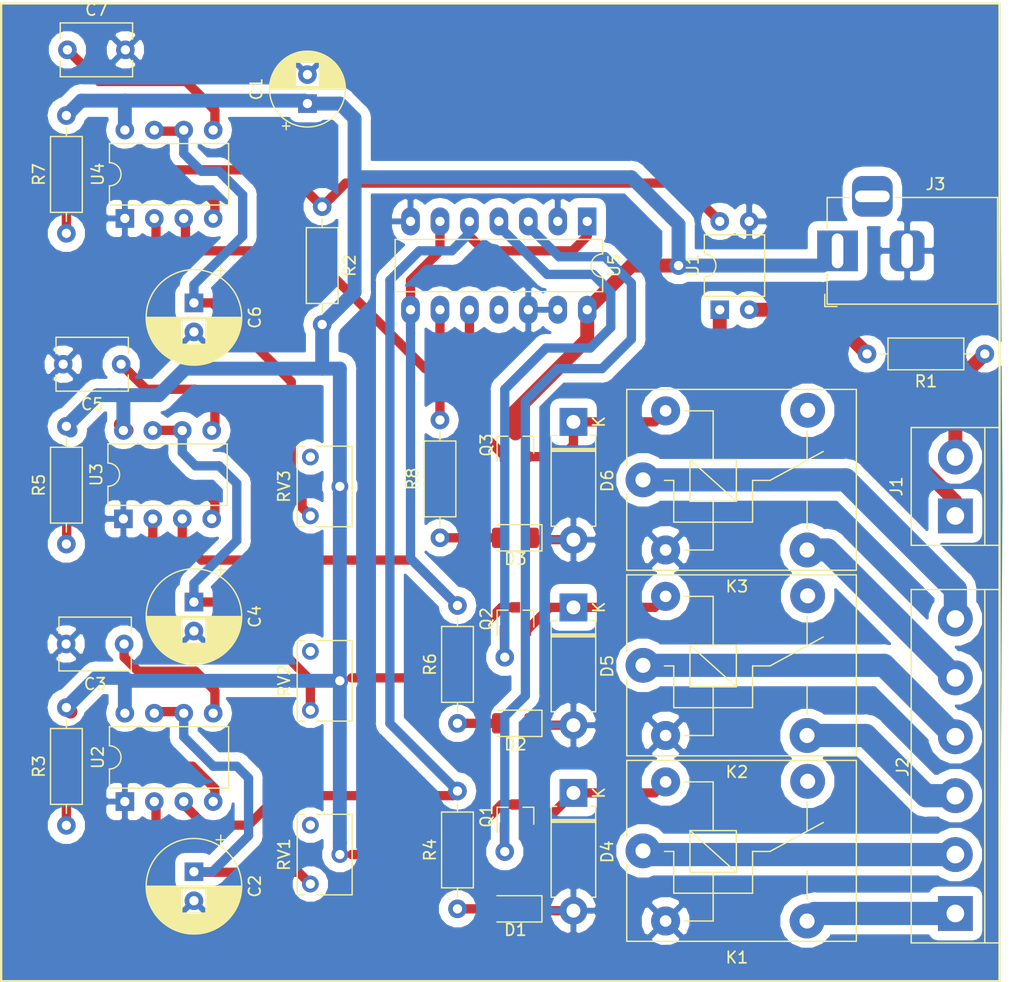
<source format=kicad_pcb>
(kicad_pcb (version 20171130) (host pcbnew "(5.0.2-5)-5")
  (layers (0 F.Cu signal) (31 B.Cu signal) (34 B.Paste user) (35 F.Paste user) (36 B.SilkS user) (37 F.SilkS user) (38 B.Mask user) (39 F.Mask user) (44 Edge.Cuts user))
  (net 0 "")
  (net 1 +5V)
  (net 2 GND)
  (net 3 "Net-(C3-Pad1)")
  (net 4 "Net-(C5-Pad1)")
  (net 5 "Net-(C7-Pad1)")
  (net 6 "Net-(D1-Pad2)")
  (net 7 "Net-(D2-Pad2)")
  (net 8 "Net-(D3-Pad2)")
  (net 9 "Net-(D4-Pad1)")
  (net 10 "Net-(D5-Pad1)")
  (net 11 "Net-(D6-Pad1)")
  (net 12 "Net-(J1-Pad1)")
  (net 13 "Net-(J1-Pad2)")
  (net 14 "Net-(J2-Pad2)")
  (net 15 "Net-(J2-Pad3)")
  (net 16 "Net-(J2-Pad1)")
  (net 17 "Net-(J2-Pad4)")
  (net 18 "Net-(J2-Pad5)")
  (net 19 "Net-(J2-Pad6)")
  (net 20 "Net-(K1-Pad4)")
  (net 21 "Net-(K2-Pad4)")
  (net 22 "Net-(K3-Pad4)")
  (net 23 "Net-(Q1-Pad1)")
  (net 24 "Net-(Q2-Pad1)")
  (net 25 "Net-(Q3-Pad1)")
  (net 26 "Net-(R1-Pad2)")
  (net 27 /TR)
  (net 28 "Net-(R3-Pad1)")
  (net 29 /Q1)
  (net 30 "Net-(R5-Pad1)")
  (net 31 /Q2)
  (net 32 "Net-(R7-Pad1)")
  (net 33 /Q3)
  (net 34 "Net-(U5-Pad11)")
  (net 35 "Net-(RV1-Pad1)")
  (net 36 "Net-(RV2-Pad1)")
  (net 37 "Net-(RV3-Pad1)")
  (net 38 "Net-(C2-Pad1)")
  (net 39 "Net-(C4-Pad1)")
  (net 40 "Net-(C6-Pad1)")
  (module Package_DIP:DIP-8_W7.62mm (layer F.Cu) (at 193.802 84.836 90)
    (fp_text reference U4 (at 3.81 -2.33 90) (layer F.SilkS))
    (fp_text value NE555)
    (pad 8 thru_hole oval (at 7.62 0 90) (size 1.6 1.6) (drill 0.8) (layers *.Cu *.Mask) (net 1 +5V))
    (pad 4 thru_hole oval (at 0 7.62 90) (size 1.6 1.6) (drill 0.8) (layers *.Cu *.Mask) (net 32 "Net-(R7-Pad1)"))
    (pad 7 thru_hole oval (at 7.62 2.54 90) (size 1.6 1.6) (drill 0.8) (layers *.Cu *.Mask) (net 40 "Net-(C6-Pad1)"))
    (pad 3 thru_hole oval (at 0 5.08 90) (size 1.6 1.6) (drill 0.8) (layers *.Cu *.Mask) (net 33 /Q3))
    (pad 6 thru_hole oval (at 7.62 5.08 90) (size 1.6 1.6) (drill 0.8) (layers *.Cu *.Mask) (net 40 "Net-(C6-Pad1)"))
    (pad 2 thru_hole oval (at 0 2.54 90) (size 1.6 1.6) (drill 0.8) (layers *.Cu *.Mask) (net 27 /TR))
    (pad 5 thru_hole oval (at 7.62 7.62 90) (size 1.6 1.6) (drill 0.8) (layers *.Cu *.Mask) (net 5 "Net-(C7-Pad1)"))
    (pad 1 thru_hole rect (at 0 0 90) (size 1.6 1.6) (drill 0.8) (layers *.Cu *.Mask) (net 2 GND))
  )
  (module Package_DIP:DIP-8_W7.62mm (layer F.Cu) (at 193.802 135.128 90)
    (fp_text reference U2 (at 3.81 -2.33 90) (layer F.SilkS))
    (fp_text value NE555)
    (pad 8 thru_hole oval (at 7.62 0 90) (size 1.6 1.6) (drill 0.8) (layers *.Cu *.Mask) (net 1 +5V))
    (pad 4 thru_hole oval (at 0 7.62 90) (size 1.6 1.6) (drill 0.8) (layers *.Cu *.Mask) (net 28 "Net-(R3-Pad1)"))
    (pad 7 thru_hole oval (at 7.62 2.54 90) (size 1.6 1.6) (drill 0.8) (layers *.Cu *.Mask) (net 38 "Net-(C2-Pad1)"))
    (pad 3 thru_hole oval (at 0 5.08 90) (size 1.6 1.6) (drill 0.8) (layers *.Cu *.Mask) (net 29 /Q1))
    (pad 6 thru_hole oval (at 7.62 5.08 90) (size 1.6 1.6) (drill 0.8) (layers *.Cu *.Mask) (net 38 "Net-(C2-Pad1)"))
    (pad 2 thru_hole oval (at 0 2.54 90) (size 1.6 1.6) (drill 0.8) (layers *.Cu *.Mask) (net 27 /TR))
    (pad 5 thru_hole oval (at 7.62 7.62 90) (size 1.6 1.6) (drill 0.8) (layers *.Cu *.Mask) (net 3 "Net-(C3-Pad1)"))
    (pad 1 thru_hole rect (at 0 0 90) (size 1.6 1.6) (drill 0.8) (layers *.Cu *.Mask) (net 2 GND))
  )
  (module Package_DIP:DIP-8_W7.62mm (layer F.Cu) (at 193.675 110.744 90)
    (fp_text reference U3 (at 3.81 -2.33 90) (layer F.SilkS))
    (fp_text value NE555)
    (pad 8 thru_hole oval (at 7.62 0 90) (size 1.6 1.6) (drill 0.8) (layers *.Cu *.Mask) (net 1 +5V))
    (pad 4 thru_hole oval (at 0 7.62 90) (size 1.6 1.6) (drill 0.8) (layers *.Cu *.Mask) (net 30 "Net-(R5-Pad1)"))
    (pad 7 thru_hole oval (at 7.62 2.54 90) (size 1.6 1.6) (drill 0.8) (layers *.Cu *.Mask) (net 39 "Net-(C4-Pad1)"))
    (pad 3 thru_hole oval (at 0 5.08 90) (size 1.6 1.6) (drill 0.8) (layers *.Cu *.Mask) (net 31 /Q2))
    (pad 6 thru_hole oval (at 7.62 5.08 90) (size 1.6 1.6) (drill 0.8) (layers *.Cu *.Mask) (net 39 "Net-(C4-Pad1)"))
    (pad 2 thru_hole oval (at 0 2.54 90) (size 1.6 1.6) (drill 0.8) (layers *.Cu *.Mask) (net 27 /TR))
    (pad 5 thru_hole oval (at 7.62 7.62 90) (size 1.6 1.6) (drill 0.8) (layers *.Cu *.Mask) (net 4 "Net-(C5-Pad1)"))
    (pad 1 thru_hole rect (at 0 0 90) (size 1.6 1.6) (drill 0.8) (layers *.Cu *.Mask) (net 2 GND))
  )
  (module Resistor_THT:R_Axial_DIN0207_L6.3mm_D2.5mm_P10.16mm_Horizontal (layer F.Cu) (at 267.97 96.52 180)
    (fp_text reference R1 (at 5.08 -2.37 180) (layer F.SilkS))
    (fp_text value 1k5)
    (pad 2 thru_hole oval (at 10.16 0 180) (size 1.6 1.6) (drill 0.8) (layers *.Cu *.Mask) (net 26 "Net-(R1-Pad2)"))
    (pad 1 thru_hole circle (at 0 0 180) (size 1.6 1.6) (drill 0.8) (layers *.Cu *.Mask) (net 13 "Net-(J1-Pad2)"))
  )
  (module Resistor_THT:R_Axial_DIN0207_L6.3mm_D2.5mm_P10.16mm_Horizontal (layer F.Cu) (at 222.49 144.38 90)
    (fp_text reference R4 (at 5.08 -2.37 90) (layer F.SilkS))
    (fp_text value 1k)
    (pad 1 thru_hole circle (at 0 0 90) (size 1.6 1.6) (drill 0.8) (layers *.Cu *.Mask) (net 6 "Net-(D1-Pad2)"))
    (pad 2 thru_hole oval (at 10.16 0 90) (size 1.6 1.6) (drill 0.8) (layers *.Cu *.Mask) (net 29 /Q1))
  )
  (module Resistor_THT:R_Axial_DIN0207_L6.3mm_D2.5mm_P10.16mm_Horizontal (layer F.Cu) (at 222.49 128.38 90)
    (fp_text reference R6 (at 5.08 -2.37 90) (layer F.SilkS))
    (fp_text value 1k)
    (pad 2 thru_hole oval (at 10.16 0 90) (size 1.6 1.6) (drill 0.8) (layers *.Cu *.Mask) (net 31 /Q2))
    (pad 1 thru_hole circle (at 0 0 90) (size 1.6 1.6) (drill 0.8) (layers *.Cu *.Mask) (net 7 "Net-(D2-Pad2)"))
  )
  (module Resistor_THT:R_Axial_DIN0207_L6.3mm_D2.5mm_P10.16mm_Horizontal (layer F.Cu) (at 220.98 112.38 90)
    (fp_text reference R8 (at 5.08 -2.37 90) (layer F.SilkS))
    (fp_text value 1k)
    (pad 1 thru_hole circle (at 0 0 90) (size 1.6 1.6) (drill 0.8) (layers *.Cu *.Mask) (net 8 "Net-(D3-Pad2)"))
    (pad 2 thru_hole oval (at 10.16 0 90) (size 1.6 1.6) (drill 0.8) (layers *.Cu *.Mask) (net 33 /Q3))
  )
  (module Connector_BarrelJack:BarrelJack_Horizontal (layer F.Cu) (at 255.27 87.63 180)
    (fp_text reference J3 (at -8.45 5.75 180) (layer F.SilkS))
    (fp_text value Jack-DC)
    (pad 1 thru_hole rect (at 0 0 180) (size 3.5 3.5) (drill oval 1 3) (layers *.Cu *.Mask) (net 1 +5V))
    (pad 2 thru_hole roundrect (at -6 0 180) (size 3 3.5) (drill oval 1 3) (layers *.Cu *.Mask) (net 2 GND))
    (pad 3 thru_hole roundrect (at -3 4.7 180) (size 3.5 3.5) (drill oval 3 1) (layers *.Cu *.Mask))
  )
  (module Resistor_THT:R_Axial_DIN0207_L6.3mm_D2.5mm_P10.16mm_Horizontal (layer F.Cu) (at 210.82 83.82 270)
    (fp_text reference R2 (at 5.08 -2.37 270) (layer F.SilkS))
    (fp_text value 1k5)
    (pad 2 thru_hole oval (at 10.16 0 270) (size 1.6 1.6) (drill 0.8) (layers *.Cu *.Mask) (net 1 +5V))
    (pad 1 thru_hole circle (at 0 0 270) (size 1.6 1.6) (drill 0.8) (layers *.Cu *.Mask) (net 27 /TR))
  )
  (module Resistor_THT:R_Axial_DIN0207_L6.3mm_D2.5mm_P10.16mm_Horizontal (layer F.Cu) (at 188.76 86.12 90)
    (fp_text reference R7 (at 5.08 -2.37 90) (layer F.SilkS))
    (fp_text value 10k)
    (pad 2 thru_hole oval (at 10.16 0 90) (size 1.6 1.6) (drill 0.8) (layers *.Cu *.Mask) (net 1 +5V))
    (pad 1 thru_hole circle (at 0 0 90) (size 1.6 1.6) (drill 0.8) (layers *.Cu *.Mask) (net 32 "Net-(R7-Pad1)"))
  )
  (module Resistor_THT:R_Axial_DIN0207_L6.3mm_D2.5mm_P10.16mm_Horizontal (layer F.Cu) (at 188.76 112.92 90)
    (fp_text reference R5 (at 5.08 -2.37 90) (layer F.SilkS))
    (fp_text value 10k)
    (pad 2 thru_hole oval (at 10.16 0 90) (size 1.6 1.6) (drill 0.8) (layers *.Cu *.Mask) (net 1 +5V))
    (pad 1 thru_hole circle (at 0 0 90) (size 1.6 1.6) (drill 0.8) (layers *.Cu *.Mask) (net 30 "Net-(R5-Pad1)"))
  )
  (module Resistor_THT:R_Axial_DIN0207_L6.3mm_D2.5mm_P10.16mm_Horizontal (layer F.Cu) (at 188.76 137.18 90)
    (fp_text reference R3 (at 5.08 -2.37 90) (layer F.SilkS))
    (fp_text value 10k)
    (pad 2 thru_hole oval (at 10.16 0 90) (size 1.6 1.6) (drill 0.8) (layers *.Cu *.Mask) (net 1 +5V))
    (pad 1 thru_hole circle (at 0 0 90) (size 1.6 1.6) (drill 0.8) (layers *.Cu *.Mask) (net 28 "Net-(R3-Pad1)"))
  )
  (module TerminalBlock:TerminalBlock_bornier-2_P5.08mm (layer F.Cu) (at 265.43 110.49 90)
    (fp_text reference J1 (at 2.54 -5.08 90) (layer F.SilkS))
    (fp_text value "12V TTRIG")
    (pad 2 thru_hole circle (at 5.08 0 90) (size 3 3) (drill 1.52) (layers *.Cu *.Mask) (net 13 "Net-(J1-Pad2)"))
    (pad 1 thru_hole rect (at 0 0 90) (size 3 3) (drill 1.52) (layers *.Cu *.Mask) (net 12 "Net-(J1-Pad1)"))
  )
  (module Capacitor_THT:CP_Radial_D6.3mm_P2.50mm (layer F.Cu) (at 209.55 74.93 90)
    (fp_text reference C1 (at 1.25 -4.4 90) (layer F.SilkS))
    (fp_text value 220uF)
    (pad 1 thru_hole rect (at 0 0 90) (size 1.6 1.6) (drill 0.8) (layers *.Cu *.Mask) (net 1 +5V))
    (pad 2 thru_hole circle (at 2.5 0 90) (size 1.6 1.6) (drill 0.8) (layers *.Cu *.Mask) (net 2 GND))
  )
  (module Capacitor_THT:CP_Radial_D8.0mm_P2.50mm (layer F.Cu) (at 199.76 141.18 270)
    (fp_text reference C2 (at 1.25 -5.25 270) (layer F.SilkS))
    (fp_text value 1000uF)
    (pad 2 thru_hole circle (at 2.5 0 270) (size 1.6 1.6) (drill 0.8) (layers *.Cu *.Mask) (net 2 GND))
    (pad 1 thru_hole rect (at 0 0 270) (size 1.6 1.6) (drill 0.8) (layers *.Cu *.Mask) (net 38 "Net-(C2-Pad1)"))
  )
  (module Capacitor_THT:C_Disc_D6.0mm_W4.4mm_P5.00mm (layer F.Cu) (at 193.7385 121.539 180)
    (fp_text reference C3 (at 2.5 -3.45 180) (layer F.SilkS))
    (fp_text value 200pF)
    (pad 1 thru_hole circle (at 0 0 180) (size 1.6 1.6) (drill 0.8) (layers *.Cu *.Mask) (net 3 "Net-(C3-Pad1)"))
    (pad 2 thru_hole circle (at 5 0 180) (size 1.6 1.6) (drill 0.8) (layers *.Cu *.Mask) (net 2 GND))
  )
  (module Capacitor_THT:CP_Radial_D8.0mm_P2.50mm (layer F.Cu) (at 199.76 117.92 270)
    (fp_text reference C4 (at 1.25 -5.25 270) (layer F.SilkS))
    (fp_text value 1000uF)
    (pad 1 thru_hole rect (at 0 0 270) (size 1.6 1.6) (drill 0.8) (layers *.Cu *.Mask) (net 39 "Net-(C4-Pad1)"))
    (pad 2 thru_hole circle (at 2.5 0 270) (size 1.6 1.6) (drill 0.8) (layers *.Cu *.Mask) (net 2 GND))
  )
  (module Capacitor_THT:C_Disc_D6.0mm_W4.4mm_P5.00mm (layer F.Cu) (at 193.4845 97.409 180)
    (fp_text reference C5 (at 2.5 -3.45 180) (layer F.SilkS))
    (fp_text value 200pF)
    (pad 1 thru_hole circle (at 0 0 180) (size 1.6 1.6) (drill 0.8) (layers *.Cu *.Mask) (net 4 "Net-(C5-Pad1)"))
    (pad 2 thru_hole circle (at 5 0 180) (size 1.6 1.6) (drill 0.8) (layers *.Cu *.Mask) (net 2 GND))
  )
  (module Capacitor_THT:CP_Radial_D8.0mm_P2.50mm (layer F.Cu) (at 199.76 92.12 270)
    (fp_text reference C6 (at 1.25 -5.25 270) (layer F.SilkS))
    (fp_text value 1000uF)
    (pad 1 thru_hole rect (at 0 0 270) (size 1.6 1.6) (drill 0.8) (layers *.Cu *.Mask) (net 40 "Net-(C6-Pad1)"))
    (pad 2 thru_hole circle (at 2.5 0 270) (size 1.6 1.6) (drill 0.8) (layers *.Cu *.Mask) (net 2 GND))
  )
  (module Capacitor_THT:C_Disc_D6.0mm_W4.4mm_P5.00mm (layer F.Cu) (at 188.849 70.2945)
    (fp_text reference C7 (at 2.5 -3.45) (layer F.SilkS))
    (fp_text value 200pF)
    (pad 2 thru_hole circle (at 5 0) (size 1.6 1.6) (drill 0.8) (layers *.Cu *.Mask) (net 2 GND))
    (pad 1 thru_hole circle (at 0 0) (size 1.6 1.6) (drill 0.8) (layers *.Cu *.Mask) (net 5 "Net-(C7-Pad1)"))
  )
  (module LED_SMD:LED_1206_3216Metric (layer F.Cu) (at 227.49 144.38 180)
    (fp_text reference D1 (at 0 -1.82 180) (layer F.SilkS))
    (fp_text value LED)
    (pad 2 smd roundrect (at 1.4 0 180) (size 1.25 1.75) (layers F.Cu F.Paste F.Mask) (roundrect_rratio 0.2) (net 6 "Net-(D1-Pad2)"))
    (pad 1 smd roundrect (at -1.4 0 180) (size 1.25 1.75) (layers F.Cu F.Paste F.Mask) (roundrect_rratio 0.2) (net 2 GND))
  )
  (module LED_SMD:LED_1206_3216Metric (layer F.Cu) (at 227.49 128.38 180)
    (fp_text reference D2 (at 0 -1.82 180) (layer F.SilkS))
    (fp_text value LED)
    (pad 1 smd roundrect (at -1.4 0 180) (size 1.25 1.75) (layers F.Cu F.Paste F.Mask) (roundrect_rratio 0.2) (net 2 GND))
    (pad 2 smd roundrect (at 1.4 0 180) (size 1.25 1.75) (layers F.Cu F.Paste F.Mask) (roundrect_rratio 0.2) (net 7 "Net-(D2-Pad2)"))
  )
  (module LED_SMD:LED_1206_3216Metric (layer F.Cu) (at 227.49 112.38 180)
    (fp_text reference D3 (at 0 -1.82 180) (layer F.SilkS))
    (fp_text value LED)
    (pad 1 smd roundrect (at -1.4 0 180) (size 1.25 1.75) (layers F.Cu F.Paste F.Mask) (roundrect_rratio 0.2) (net 2 GND))
    (pad 2 smd roundrect (at 1.4 0 180) (size 1.25 1.75) (layers F.Cu F.Paste F.Mask) (roundrect_rratio 0.2) (net 8 "Net-(D3-Pad2)"))
  )
  (module Diode_THT:D_DO-15_P10.16mm_Horizontal (layer F.Cu) (at 232.49 134.38 270)
    (fp_text reference D4 (at 5.08 -2.92 270) (layer F.SilkS))
    (fp_text value D)
    (fp_text user K (at 0 -2.2 270) (layer F.SilkS))
    (pad 1 thru_hole rect (at 0 0 270) (size 2.4 2.4) (drill 1.2) (layers *.Cu *.Mask) (net 9 "Net-(D4-Pad1)"))
    (pad 2 thru_hole oval (at 10.16 0 270) (size 2.4 2.4) (drill 1.2) (layers *.Cu *.Mask) (net 2 GND))
  )
  (module Diode_THT:D_DO-15_P10.16mm_Horizontal (layer F.Cu) (at 232.49 118.38 270)
    (fp_text reference D5 (at 5.08 -2.92 270) (layer F.SilkS))
    (fp_text value D)
    (fp_text user K (at 0 -2.2 270) (layer F.SilkS))
    (pad 2 thru_hole oval (at 10.16 0 270) (size 2.4 2.4) (drill 1.2) (layers *.Cu *.Mask) (net 2 GND))
    (pad 1 thru_hole rect (at 0 0 270) (size 2.4 2.4) (drill 1.2) (layers *.Cu *.Mask) (net 10 "Net-(D5-Pad1)"))
  )
  (module Diode_THT:D_DO-15_P10.16mm_Horizontal (layer F.Cu) (at 232.49 102.38 270)
    (fp_text reference D6 (at 5.08 -2.92 270) (layer F.SilkS))
    (fp_text value D)
    (fp_text user K (at 0 -2.2 270) (layer F.SilkS))
    (pad 1 thru_hole rect (at 0 0 270) (size 2.4 2.4) (drill 1.2) (layers *.Cu *.Mask) (net 11 "Net-(D6-Pad1)"))
    (pad 2 thru_hole oval (at 10.16 0 270) (size 2.4 2.4) (drill 1.2) (layers *.Cu *.Mask) (net 2 GND))
  )
  (module TerminalBlock:TerminalBlock_bornier-6_P5.08mm (layer F.Cu) (at 265.43 144.78 90)
    (fp_text reference J2 (at 12.65 -4.55 90) (layer F.SilkS))
    (fp_text value Screw_Terminal_01x06)
    (pad 2 thru_hole circle (at 5.08 0 90) (size 3 3) (drill 1.52) (layers *.Cu *.Mask) (net 14 "Net-(J2-Pad2)"))
    (pad 3 thru_hole circle (at 10.16 0 90) (size 3 3) (drill 1.52) (layers *.Cu *.Mask) (net 15 "Net-(J2-Pad3)"))
    (pad 1 thru_hole rect (at 0 0 90) (size 3 3) (drill 1.52) (layers *.Cu *.Mask) (net 16 "Net-(J2-Pad1)"))
    (pad 4 thru_hole circle (at 15.24 0 90) (size 3 3) (drill 1.52) (layers *.Cu *.Mask) (net 17 "Net-(J2-Pad4)"))
    (pad 5 thru_hole circle (at 20.32 0 90) (size 3 3) (drill 1.52) (layers *.Cu *.Mask) (net 18 "Net-(J2-Pad5)"))
    (pad 6 thru_hole circle (at 25.4 0 90) (size 3 3) (drill 1.52) (layers *.Cu *.Mask) (net 19 "Net-(J2-Pad6)"))
  )
  (module Relay_THT:Relay_SPDT_SANYOU_SRD_Series_Form_C (layer F.Cu) (at 238.49 139.38)
    (fp_text reference K1 (at 8.1 9.2) (layer F.SilkS))
    (fp_text value TIM1)
    (pad 2 thru_hole circle (at 1.95 6.05 90) (size 2.5 2.5) (drill 1) (layers *.Cu *.Mask) (net 2 GND))
    (pad 3 thru_hole circle (at 14.15 6.05 90) (size 3 3) (drill 1.3) (layers *.Cu *.Mask) (net 16 "Net-(J2-Pad1)"))
    (pad 4 thru_hole circle (at 14.2 -6 90) (size 3 3) (drill 1.3) (layers *.Cu *.Mask) (net 20 "Net-(K1-Pad4)"))
    (pad 5 thru_hole circle (at 1.95 -5.95 90) (size 2.5 2.5) (drill 1) (layers *.Cu *.Mask) (net 9 "Net-(D4-Pad1)"))
    (pad 1 thru_hole circle (at 0 0 90) (size 3 3) (drill 1.3) (layers *.Cu *.Mask) (net 14 "Net-(J2-Pad2)"))
  )
  (module Relay_THT:Relay_SPDT_SANYOU_SRD_Series_Form_C (layer F.Cu) (at 238.49 123.38)
    (fp_text reference K2 (at 8.1 9.2) (layer F.SilkS))
    (fp_text value TIM2)
    (pad 1 thru_hole circle (at 0 0 90) (size 3 3) (drill 1.3) (layers *.Cu *.Mask) (net 17 "Net-(J2-Pad4)"))
    (pad 5 thru_hole circle (at 1.95 -5.95 90) (size 2.5 2.5) (drill 1) (layers *.Cu *.Mask) (net 10 "Net-(D5-Pad1)"))
    (pad 4 thru_hole circle (at 14.2 -6 90) (size 3 3) (drill 1.3) (layers *.Cu *.Mask) (net 21 "Net-(K2-Pad4)"))
    (pad 3 thru_hole circle (at 14.15 6.05 90) (size 3 3) (drill 1.3) (layers *.Cu *.Mask) (net 15 "Net-(J2-Pad3)"))
    (pad 2 thru_hole circle (at 1.95 6.05 90) (size 2.5 2.5) (drill 1) (layers *.Cu *.Mask) (net 2 GND))
  )
  (module Relay_THT:Relay_SPDT_SANYOU_SRD_Series_Form_C (layer F.Cu) (at 238.49 107.38)
    (fp_text reference K3 (at 8.1 9.2) (layer F.SilkS))
    (fp_text value TIM3)
    (pad 2 thru_hole circle (at 1.95 6.05 90) (size 2.5 2.5) (drill 1) (layers *.Cu *.Mask) (net 2 GND))
    (pad 3 thru_hole circle (at 14.15 6.05 90) (size 3 3) (drill 1.3) (layers *.Cu *.Mask) (net 18 "Net-(J2-Pad5)"))
    (pad 4 thru_hole circle (at 14.2 -6 90) (size 3 3) (drill 1.3) (layers *.Cu *.Mask) (net 22 "Net-(K3-Pad4)"))
    (pad 5 thru_hole circle (at 1.95 -5.95 90) (size 2.5 2.5) (drill 1) (layers *.Cu *.Mask) (net 11 "Net-(D6-Pad1)"))
    (pad 1 thru_hole circle (at 0 0 90) (size 3 3) (drill 1.3) (layers *.Cu *.Mask) (net 19 "Net-(J2-Pad6)"))
  )
  (module Package_TO_SOT_SMD:SOT-23 (layer F.Cu) (at 227.49 136.38 90)
    (fp_text reference Q1 (at 0 -2.5 90) (layer F.SilkS))
    (fp_text value IRLM2402)
    (pad 1 smd rect (at -1 -0.95 90) (size 0.9 0.8) (layers F.Cu F.Paste F.Mask) (net 23 "Net-(Q1-Pad1)"))
    (pad 2 smd rect (at -1 0.95 90) (size 0.9 0.8) (layers F.Cu F.Paste F.Mask) (net 9 "Net-(D4-Pad1)"))
    (pad 3 smd rect (at 1 0 90) (size 0.9 0.8) (layers F.Cu F.Paste F.Mask) (net 1 +5V))
  )
  (module Package_TO_SOT_SMD:SOT-23 (layer F.Cu) (at 227.49 119.38 90)
    (fp_text reference Q2 (at 0 -2.5 90) (layer F.SilkS))
    (fp_text value IRLM2402)
    (pad 3 smd rect (at 1 0 90) (size 0.9 0.8) (layers F.Cu F.Paste F.Mask) (net 1 +5V))
    (pad 2 smd rect (at -1 0.95 90) (size 0.9 0.8) (layers F.Cu F.Paste F.Mask) (net 10 "Net-(D5-Pad1)"))
    (pad 1 smd rect (at -1 -0.95 90) (size 0.9 0.8) (layers F.Cu F.Paste F.Mask) (net 24 "Net-(Q2-Pad1)"))
  )
  (module Package_TO_SOT_SMD:SOT-23 (layer F.Cu) (at 227.49 104.38 90)
    (fp_text reference Q3 (at 0 -2.5 90) (layer F.SilkS))
    (fp_text value IRLM2402)
    (pad 1 smd rect (at -1 -0.95 90) (size 0.9 0.8) (layers F.Cu F.Paste F.Mask) (net 25 "Net-(Q3-Pad1)"))
    (pad 2 smd rect (at -1 0.95 90) (size 0.9 0.8) (layers F.Cu F.Paste F.Mask) (net 11 "Net-(D6-Pad1)"))
    (pad 3 smd rect (at 1 0 90) (size 0.9 0.8) (layers F.Cu F.Paste F.Mask) (net 1 +5V))
  )
  (module Potentiometer_THT:Potentiometer_Bourns_3266W_Vertical (layer F.Cu) (at 209.804 137.16 90)
    (fp_text reference RV1 (at -2.54 -2.27 90) (layer F.SilkS))
    (fp_text value TIME)
    (pad 3 thru_hole circle (at -5.08 0 90) (size 1.44 1.44) (drill 0.8) (layers *.Cu *.Mask) (net 38 "Net-(C2-Pad1)"))
    (pad 2 thru_hole circle (at -2.54 2.54 90) (size 1.44 1.44) (drill 0.8) (layers *.Cu *.Mask) (net 1 +5V))
    (pad 1 thru_hole circle (at 0 0 90) (size 1.44 1.44) (drill 0.8) (layers *.Cu *.Mask) (net 35 "Net-(RV1-Pad1)"))
  )
  (module Potentiometer_THT:Potentiometer_Bourns_3266W_Vertical (layer F.Cu) (at 209.804 122.174 90)
    (fp_text reference RV2 (at -2.54 -2.27 90) (layer F.SilkS))
    (fp_text value TIME)
    (pad 1 thru_hole circle (at 0 0 90) (size 1.44 1.44) (drill 0.8) (layers *.Cu *.Mask) (net 36 "Net-(RV2-Pad1)"))
    (pad 2 thru_hole circle (at -2.54 2.54 90) (size 1.44 1.44) (drill 0.8) (layers *.Cu *.Mask) (net 1 +5V))
    (pad 3 thru_hole circle (at -5.08 0 90) (size 1.44 1.44) (drill 0.8) (layers *.Cu *.Mask) (net 39 "Net-(C4-Pad1)"))
  )
  (module Potentiometer_THT:Potentiometer_Bourns_3266W_Vertical (layer F.Cu) (at 209.804 105.41 90)
    (fp_text reference RV3 (at -2.54 -2.27 90) (layer F.SilkS))
    (fp_text value TIME)
    (pad 1 thru_hole circle (at 0 0 90) (size 1.44 1.44) (drill 0.8) (layers *.Cu *.Mask) (net 37 "Net-(RV3-Pad1)"))
    (pad 2 thru_hole circle (at -2.54 2.54 90) (size 1.44 1.44) (drill 0.8) (layers *.Cu *.Mask) (net 1 +5V))
    (pad 3 thru_hole circle (at -5.08 0 90) (size 1.44 1.44) (drill 0.8) (layers *.Cu *.Mask) (net 40 "Net-(C6-Pad1)"))
  )
  (module Package_DIP:DIP-4_W7.62mm (layer F.Cu) (at 245.11 92.71 90)
    (fp_text reference U1 (at 3.81 -2.33 90) (layer F.SilkS))
    (fp_text value PC817)
    (pad 1 thru_hole rect (at 0 0 90) (size 1.6 1.6) (drill 0.8) (layers *.Cu *.Mask) (net 12 "Net-(J1-Pad1)"))
    (pad 3 thru_hole oval (at 7.62 2.54 90) (size 1.6 1.6) (drill 0.8) (layers *.Cu *.Mask) (net 2 GND))
    (pad 2 thru_hole oval (at 0 2.54 90) (size 1.6 1.6) (drill 0.8) (layers *.Cu *.Mask) (net 26 "Net-(R1-Pad2)"))
    (pad 4 thru_hole oval (at 7.62 0 90) (size 1.6 1.6) (drill 0.8) (layers *.Cu *.Mask) (net 27 /TR))
  )
  (module Package_DIP:DIP-14_W7.62mm_LongPads (layer F.Cu) (at 233.68 85.09 270)
    (fp_text reference U5 (at 3.81 -2.33 270) (layer F.SilkS))
    (fp_text value 4030)
    (pad 1 thru_hole rect (at 0 0 270) (size 2.4 1.6) (drill 0.8) (layers *.Cu *.Mask) (net 29 /Q1))
    (pad 8 thru_hole oval (at 7.62 15.24 270) (size 2.4 1.6) (drill 0.8) (layers *.Cu *.Mask) (net 31 /Q2))
    (pad 2 thru_hole oval (at 0 2.54 270) (size 2.4 1.6) (drill 0.8) (layers *.Cu *.Mask) (net 2 GND))
    (pad 9 thru_hole oval (at 7.62 12.7 270) (size 2.4 1.6) (drill 0.8) (layers *.Cu *.Mask) (net 33 /Q3))
    (pad 3 thru_hole oval (at 0 5.08 270) (size 2.4 1.6) (drill 0.8) (layers *.Cu *.Mask) (net 23 "Net-(Q1-Pad1)"))
    (pad 10 thru_hole oval (at 7.62 10.16 270) (size 2.4 1.6) (drill 0.8) (layers *.Cu *.Mask) (net 25 "Net-(Q3-Pad1)"))
    (pad 4 thru_hole oval (at 0 7.62 270) (size 2.4 1.6) (drill 0.8) (layers *.Cu *.Mask) (net 24 "Net-(Q2-Pad1)"))
    (pad 11 thru_hole oval (at 7.62 7.62 270) (size 2.4 1.6) (drill 0.8) (layers *.Cu *.Mask) (net 34 "Net-(U5-Pad11)"))
    (pad 5 thru_hole oval (at 0 10.16 270) (size 2.4 1.6) (drill 0.8) (layers *.Cu *.Mask) (net 29 /Q1))
    (pad 12 thru_hole oval (at 7.62 5.08 270) (size 2.4 1.6) (drill 0.8) (layers *.Cu *.Mask) (net 2 GND))
    (pad 6 thru_hole oval (at 0 12.7 270) (size 2.4 1.6) (drill 0.8) (layers *.Cu *.Mask) (net 31 /Q2))
    (pad 13 thru_hole oval (at 7.62 2.54 270) (size 2.4 1.6) (drill 0.8) (layers *.Cu *.Mask) (net 2 GND))
    (pad 7 thru_hole oval (at 0 15.24 270) (size 2.4 1.6) (drill 0.8) (layers *.Cu *.Mask) (net 2 GND))
    (pad 14 thru_hole oval (at 7.62 0 270) (size 2.4 1.6) (drill 0.8) (layers *.Cu *.Mask) (net 1 +5V))
  )
  (gr_line (start 269.24 66.294) (end 183.134 66.294) (layer F.SilkS) (width 0.2))
  (gr_line (start 269.24 150.622) (end 269.24 66.294) (layer F.SilkS) (width 0.2))
  (gr_line (start 183.134 150.622) (end 269.24 150.622) (layer F.SilkS) (width 0.2))
  (gr_line (start 183.134 66.294) (end 183.134 150.622) (layer F.SilkS) (width 0.2))
  (segment (start 233.68 92.31) (end 233.68 92.71) (width 1.2) (layer B.Cu) (net 1))
  (segment (start 227.49 101.44) (end 227.49 103.33) (width 1.2) (layer F.Cu) (net 1))
  (segment (start 227.49 103.33) (end 227.49 103.38) (width 1.2) (layer F.Cu) (net 1))
  (segment (start 233.68 95.25) (end 227.49 101.44) (width 1.2) (layer F.Cu) (net 1))
  (segment (start 189.11 127.37) (end 188.76 127.02) (width 1.2) (layer F.Cu) (net 1))
  (segment (start 191.32 124.46) (end 188.76 127.02) (width 1.2) (layer B.Cu) (net 1))
  (segment (start 210.82 93.98) (end 210.82 97.79) (width 1.2) (layer B.Cu) (net 1))
  (segment (start 220.21 124.46) (end 214.378233 124.46) (width 0.8) (layer F.Cu) (net 1))
  (segment (start 226.29 118.38) (end 220.21 124.46) (width 0.8) (layer F.Cu) (net 1))
  (segment (start 227.49 118.38) (end 226.29 118.38) (width 0.8) (layer F.Cu) (net 1))
  (segment (start 221.97 139.7) (end 214.378233 139.7) (width 0.8) (layer F.Cu) (net 1))
  (segment (start 214.378233 139.7) (end 213.36 139.7) (width 0.8) (layer F.Cu) (net 1))
  (segment (start 226.29 135.38) (end 221.97 139.7) (width 0.8) (layer F.Cu) (net 1))
  (segment (start 227.49 135.38) (end 226.29 135.38) (width 0.8) (layer F.Cu) (net 1))
  (segment (start 188.774 75.946) (end 188.76 75.96) (width 1.2) (layer F.Cu) (net 1))
  (segment (start 188.904 102.616) (end 188.76 102.76) (width 1.2) (layer F.Cu) (net 1))
  (segment (start 193.95 103.11) (end 193.456 102.616) (width 1.2) (layer F.Cu) (net 1))
  (segment (start 189.124 103.124) (end 188.76 102.76) (width 1.2) (layer B.Cu) (net 1))
  (segment (start 193.802 127.508) (end 193.802 124.46) (width 1.2) (layer B.Cu) (net 1))
  (segment (start 193.802 124.46) (end 191.32 124.46) (width 1.2) (layer B.Cu) (net 1))
  (segment (start 191.444 100.076) (end 188.76 102.76) (width 1.2) (layer B.Cu) (net 1))
  (segment (start 199.009 97.79) (end 196.723 100.076) (width 1.2) (layer B.Cu) (net 1))
  (segment (start 210.82 97.79) (end 199.009 97.79) (width 1.2) (layer B.Cu) (net 1))
  (segment (start 193.675 100.457) (end 193.294 100.076) (width 1.2) (layer B.Cu) (net 1))
  (segment (start 193.675 103.124) (end 193.675 100.457) (width 1.2) (layer B.Cu) (net 1))
  (segment (start 193.294 100.076) (end 191.444 100.076) (width 1.2) (layer B.Cu) (net 1))
  (segment (start 196.723 100.076) (end 193.294 100.076) (width 1.2) (layer B.Cu) (net 1))
  (segment (start 190.044 74.676) (end 188.76 75.96) (width 1.2) (layer B.Cu) (net 1))
  (segment (start 209.55 74.93) (end 209.296 74.676) (width 1.2) (layer B.Cu) (net 1))
  (segment (start 193.802 77.216) (end 193.802 74.676) (width 1.2) (layer B.Cu) (net 1))
  (segment (start 193.802 74.676) (end 190.044 74.676) (width 1.2) (layer B.Cu) (net 1))
  (segment (start 209.296 74.676) (end 193.802 74.676) (width 1.2) (layer B.Cu) (net 1))
  (segment (start 213.614 91.186) (end 210.82 93.98) (width 1.2) (layer B.Cu) (net 1))
  (segment (start 212.344 74.93) (end 213.614 76.2) (width 1.2) (layer B.Cu) (net 1))
  (segment (start 209.55 74.93) (end 212.344 74.93) (width 1.2) (layer B.Cu) (net 1))
  (segment (start 233.68 92.71) (end 233.68 95.25) (width 1.2) (layer F.Cu) (net 1))
  (segment (start 241.554 88.9) (end 241.554 88.9) (width 1.2) (layer B.Cu) (net 1))
  (segment (start 254 88.9) (end 241.554 88.9) (width 1.2) (layer B.Cu) (net 1))
  (segment (start 255.27 87.63) (end 254 88.9) (width 1.2) (layer B.Cu) (net 1))
  (segment (start 241.554 88.9) (end 241.554 85.344) (width 1.2) (layer B.Cu) (net 1))
  (segment (start 241.554 85.344) (end 237.49 81.28) (width 1.2) (layer B.Cu) (net 1))
  (segment (start 237.49 81.28) (end 213.614 81.28) (width 1.2) (layer B.Cu) (net 1))
  (segment (start 213.614 81.28) (end 213.614 91.186) (width 1.2) (layer B.Cu) (net 1))
  (segment (start 213.614 76.2) (end 213.614 81.28) (width 1.2) (layer B.Cu) (net 1))
  (segment (start 212.344 107.95) (end 212.344 97.79) (width 1.2) (layer B.Cu) (net 1))
  (segment (start 210.82 97.79) (end 212.344 97.79) (width 1.2) (layer B.Cu) (net 1))
  (segment (start 214.378233 124.46) (end 213.36 124.46) (width 0.8) (layer F.Cu) (net 1))
  (segment (start 194.056 124.714) (end 193.802 124.46) (width 1.2) (layer B.Cu) (net 1))
  (segment (start 212.344 124.714) (end 194.056 124.714) (width 1.2) (layer B.Cu) (net 1))
  (segment (start 212.344 124.714) (end 212.344 138.684) (width 1.2) (layer B.Cu) (net 1))
  (segment (start 212.344 124.714) (end 212.344 107.95) (width 1.2) (layer B.Cu) (net 1))
  (segment (start 212.344 139.7) (end 212.344 138.684) (width 1.2) (layer B.Cu) (net 1))
  (via (at 241.554 88.9) (size 1.6) (drill 0.8) (layers F.Cu B.Cu) (net 1))
  (segment (start 237.49 88.9) (end 233.68 92.71) (width 1.2) (layer F.Cu) (net 1))
  (segment (start 241.554 88.9) (end 237.49 88.9) (width 1.2) (layer F.Cu) (net 1))
  (segment (start 229.05 144.54) (end 228.89 144.38) (width 0.8) (layer F.Cu) (net 2))
  (segment (start 232.49 144.54) (end 229.05 144.54) (width 0.8) (layer F.Cu) (net 2))
  (segment (start 229.05 128.54) (end 228.89 128.38) (width 0.8) (layer F.Cu) (net 2))
  (segment (start 232.49 128.54) (end 229.05 128.54) (width 0.8) (layer F.Cu) (net 2))
  (segment (start 229.05 112.54) (end 228.89 112.38) (width 0.8) (layer F.Cu) (net 2))
  (segment (start 232.49 112.54) (end 229.05 112.54) (width 0.8) (layer F.Cu) (net 2))
  (segment (start 193.7385 122.67037) (end 194.95663 123.8885) (width 0.8) (layer F.Cu) (net 3))
  (segment (start 193.7385 121.539) (end 193.7385 122.67037) (width 0.8) (layer F.Cu) (net 3))
  (segment (start 201.57 125.57) (end 201.57 127.37) (width 0.8) (layer F.Cu) (net 3))
  (segment (start 199.8885 123.8885) (end 201.57 125.57) (width 0.8) (layer F.Cu) (net 3))
  (segment (start 194.95663 123.8885) (end 199.8885 123.8885) (width 0.8) (layer F.Cu) (net 3))
  (segment (start 195.6435 99.568) (end 193.4845 97.409) (width 0.8) (layer F.Cu) (net 4))
  (segment (start 201.57 101.31) (end 199.828 99.568) (width 0.8) (layer F.Cu) (net 4))
  (segment (start 199.828 99.568) (end 195.6435 99.568) (width 0.8) (layer F.Cu) (net 4))
  (segment (start 201.57 103.11) (end 201.57 101.31) (width 0.8) (layer F.Cu) (net 4))
  (segment (start 191.5795 73.025) (end 189.648999 71.094499) (width 0.8) (layer F.Cu) (net 5))
  (segment (start 189.648999 71.094499) (end 188.849 70.2945) (width 0.8) (layer F.Cu) (net 5))
  (segment (start 199.085 73.025) (end 191.5795 73.025) (width 0.8) (layer F.Cu) (net 5))
  (segment (start 201.57 75.51) (end 199.085 73.025) (width 0.8) (layer F.Cu) (net 5))
  (segment (start 201.57 77.31) (end 201.57 75.51) (width 0.8) (layer F.Cu) (net 5))
  (segment (start 226.09 144.38) (end 222.49 144.38) (width 0.8) (layer F.Cu) (net 6))
  (segment (start 226.09 128.38) (end 222.49 128.38) (width 0.8) (layer F.Cu) (net 7))
  (segment (start 226.09 112.38) (end 220.98 112.38) (width 0.8) (layer F.Cu) (net 8))
  (segment (start 229.49 137.38) (end 232.49 134.38) (width 0.8) (layer F.Cu) (net 9))
  (segment (start 228.44 137.38) (end 229.49 137.38) (width 0.8) (layer F.Cu) (net 9))
  (segment (start 239.49 134.38) (end 240.44 133.43) (width 0.8) (layer F.Cu) (net 9))
  (segment (start 232.49 134.38) (end 239.49 134.38) (width 0.8) (layer F.Cu) (net 9))
  (segment (start 230.44 118.38) (end 228.44 120.38) (width 0.8) (layer F.Cu) (net 10))
  (segment (start 232.49 118.38) (end 230.44 118.38) (width 0.8) (layer F.Cu) (net 10))
  (segment (start 239.49 118.38) (end 240.44 117.43) (width 0.8) (layer F.Cu) (net 10))
  (segment (start 232.49 118.38) (end 239.49 118.38) (width 0.8) (layer F.Cu) (net 10))
  (segment (start 232.49 104.38) (end 231.46 105.41) (width 0.8) (layer F.Cu) (net 11))
  (segment (start 232.49 102.38) (end 232.49 104.38) (width 0.8) (layer F.Cu) (net 11))
  (segment (start 231.43 105.38) (end 228.44 105.38) (width 0.8) (layer F.Cu) (net 11))
  (segment (start 231.46 105.41) (end 231.43 105.38) (width 0.8) (layer F.Cu) (net 11))
  (segment (start 239.49 102.38) (end 240.44 101.43) (width 0.8) (layer F.Cu) (net 11))
  (segment (start 232.49 102.38) (end 239.49 102.38) (width 0.8) (layer F.Cu) (net 11))
  (segment (start 245.11 95.25) (end 245.11 92.71) (width 1.2) (layer F.Cu) (net 12))
  (segment (start 252.73 96.52) (end 246.38 96.52) (width 1.2) (layer F.Cu) (net 12))
  (segment (start 265.43 109.22) (end 252.73 96.52) (width 1.2) (layer F.Cu) (net 12))
  (segment (start 246.38 96.52) (end 245.11 95.25) (width 1.2) (layer F.Cu) (net 12))
  (segment (start 265.43 110.49) (end 265.43 109.22) (width 1.2) (layer F.Cu) (net 12))
  (segment (start 265.43 99.06) (end 267.97 96.52) (width 1.2) (layer F.Cu) (net 13))
  (segment (start 265.43 105.41) (end 265.43 99.06) (width 1.2) (layer F.Cu) (net 13))
  (segment (start 238.81 139.7) (end 238.49 139.38) (width 1.2) (layer F.Cu) (net 14))
  (segment (start 238.81 139.7) (end 238.49 139.38) (width 2) (layer B.Cu) (net 14))
  (segment (start 265.43 139.7) (end 238.81 139.7) (width 2) (layer B.Cu) (net 14))
  (segment (start 257.7 129.43) (end 252.64 129.43) (width 2) (layer B.Cu) (net 15))
  (segment (start 262.89 134.62) (end 257.7 129.43) (width 2) (layer B.Cu) (net 15))
  (segment (start 265.43 134.62) (end 262.89 134.62) (width 2) (layer B.Cu) (net 15))
  (segment (start 253.29 144.78) (end 252.64 145.43) (width 2) (layer B.Cu) (net 16))
  (segment (start 265.43 144.78) (end 253.29 144.78) (width 2) (layer B.Cu) (net 16))
  (segment (start 259.27 123.38) (end 238.49 123.38) (width 2) (layer B.Cu) (net 17))
  (segment (start 265.43 129.54) (end 259.27 123.38) (width 2) (layer B.Cu) (net 17))
  (segment (start 254.4 113.43) (end 252.64 113.43) (width 2) (layer B.Cu) (net 18))
  (segment (start 265.43 124.46) (end 254.4 113.43) (width 2) (layer B.Cu) (net 18))
  (segment (start 265.43 119.38) (end 265.43 116.84) (width 2) (layer B.Cu) (net 19))
  (segment (start 255.97 107.38) (end 238.49 107.38) (width 2) (layer B.Cu) (net 19))
  (segment (start 265.43 116.84) (end 255.97 107.38) (width 2) (layer B.Cu) (net 19))
  (via (at 226.568 139.446) (size 1.6) (drill 0.8) (layers F.Cu B.Cu) (net 23))
  (segment (start 226.54 139.418) (end 226.568 139.446) (width 0.8) (layer F.Cu) (net 23))
  (segment (start 226.54 137.38) (end 226.54 139.418) (width 0.8) (layer F.Cu) (net 23))
  (segment (start 226.568 127.782002) (end 226.568 139.446) (width 0.8) (layer B.Cu) (net 23))
  (segment (start 228.346 126.004002) (end 226.568 127.782002) (width 0.8) (layer B.Cu) (net 23))
  (segment (start 228.346 100.584) (end 228.346 126.004002) (width 0.8) (layer B.Cu) (net 23))
  (segment (start 235.204 88.138) (end 237.49 90.424) (width 0.8) (layer B.Cu) (net 23))
  (segment (start 237.49 90.424) (end 237.49 95.25) (width 0.8) (layer B.Cu) (net 23))
  (segment (start 231.14 97.79) (end 228.346 100.584) (width 0.8) (layer B.Cu) (net 23))
  (segment (start 231.248 88.138) (end 235.204 88.138) (width 0.8) (layer B.Cu) (net 23))
  (segment (start 228.6 85.49) (end 231.248 88.138) (width 0.8) (layer B.Cu) (net 23))
  (segment (start 234.95 97.79) (end 231.14 97.79) (width 0.8) (layer B.Cu) (net 23))
  (segment (start 237.49 95.25) (end 234.95 97.79) (width 0.8) (layer B.Cu) (net 23))
  (segment (start 228.6 85.09) (end 228.6 85.49) (width 0.8) (layer B.Cu) (net 23))
  (via (at 226.568 122.682) (size 1.6) (drill 0.8) (layers F.Cu B.Cu) (net 24))
  (segment (start 226.54 122.654) (end 226.568 122.682) (width 0.8) (layer F.Cu) (net 24))
  (segment (start 226.54 120.38) (end 226.54 122.654) (width 0.8) (layer F.Cu) (net 24))
  (segment (start 226.06 85.49) (end 226.06 85.09) (width 0.8) (layer B.Cu) (net 24))
  (segment (start 230.232 89.662) (end 226.06 85.49) (width 0.8) (layer B.Cu) (net 24))
  (segment (start 234.188 89.662) (end 230.232 89.662) (width 0.8) (layer B.Cu) (net 24))
  (segment (start 226.568 99.568) (end 230.124 96.012) (width 0.8) (layer B.Cu) (net 24))
  (segment (start 235.712 94.234) (end 235.712 91.186) (width 0.8) (layer B.Cu) (net 24))
  (segment (start 235.712 91.186) (end 234.188 89.662) (width 0.8) (layer B.Cu) (net 24))
  (segment (start 233.934 96.012) (end 235.712 94.234) (width 0.8) (layer B.Cu) (net 24))
  (segment (start 230.124 96.012) (end 233.934 96.012) (width 0.8) (layer B.Cu) (net 24))
  (segment (start 226.568 122.682) (end 226.568 99.568) (width 0.8) (layer B.Cu) (net 24))
  (segment (start 223.52 94.71) (end 223.52 92.71) (width 0.8) (layer F.Cu) (net 25))
  (segment (start 223.52 102.31) (end 223.52 94.71) (width 0.8) (layer F.Cu) (net 25))
  (segment (start 226.54 105.33) (end 223.52 102.31) (width 0.8) (layer F.Cu) (net 25))
  (segment (start 226.54 105.38) (end 226.54 105.33) (width 0.8) (layer F.Cu) (net 25))
  (segment (start 254 92.71) (end 247.65 92.71) (width 1.2) (layer F.Cu) (net 26))
  (segment (start 257.81 96.52) (end 254 92.71) (width 1.2) (layer F.Cu) (net 26))
  (segment (start 211.619999 83.020001) (end 210.82 83.82) (width 0.8) (layer F.Cu) (net 27))
  (segment (start 212.852 81.788) (end 211.619999 83.020001) (width 0.8) (layer F.Cu) (net 27))
  (segment (start 241.808 81.788) (end 212.852 81.788) (width 0.8) (layer F.Cu) (net 27))
  (segment (start 245.11 85.09) (end 241.808 81.788) (width 0.8) (layer F.Cu) (net 27))
  (segment (start 207.645 80.645) (end 189.865 80.645) (width 0.8) (layer F.Cu) (net 27))
  (segment (start 189.865 80.645) (end 186.055 84.455) (width 0.8) (layer F.Cu) (net 27))
  (segment (start 210.82 83.82) (end 207.645 80.645) (width 0.8) (layer F.Cu) (net 27))
  (segment (start 186.055 84.455) (end 186.055 86.995) (width 0.8) (layer F.Cu) (net 27))
  (segment (start 186.055 86.995) (end 186.055 87.63) (width 0.8) (layer F.Cu) (net 27))
  (segment (start 196.49 140.695) (end 196.49 134.99) (width 0.8) (layer F.Cu) (net 27))
  (segment (start 193.675 143.51) (end 196.49 140.695) (width 0.8) (layer F.Cu) (net 27))
  (segment (start 188.595 143.51) (end 193.675 143.51) (width 0.8) (layer F.Cu) (net 27))
  (segment (start 186.055 140.97) (end 188.595 143.51) (width 0.8) (layer F.Cu) (net 27))
  (segment (start 192.786 115.824) (end 187.579 115.824) (width 0.8) (layer F.Cu) (net 27))
  (segment (start 196.215 112.395) (end 192.786 115.824) (width 0.8) (layer F.Cu) (net 27))
  (segment (start 196.215 110.744) (end 196.215 112.395) (width 0.8) (layer F.Cu) (net 27))
  (segment (start 187.579 115.824) (end 186.055 115.824) (width 0.8) (layer F.Cu) (net 27))
  (segment (start 186.055 115.824) (end 186.055 140.97) (width 0.8) (layer F.Cu) (net 27))
  (segment (start 186.055 114.3) (end 186.055 115.824) (width 0.8) (layer F.Cu) (net 27))
  (segment (start 186.055 88.392) (end 186.055 114.3) (width 0.8) (layer F.Cu) (net 27))
  (segment (start 186.055 86.995) (end 186.055 88.392) (width 0.8) (layer F.Cu) (net 27))
  (segment (start 186.288 88.625) (end 186.055 88.392) (width 0.8) (layer F.Cu) (net 27))
  (segment (start 196.49 86.72) (end 194.585 88.625) (width 0.8) (layer F.Cu) (net 27))
  (segment (start 194.585 88.625) (end 186.288 88.625) (width 0.8) (layer F.Cu) (net 27))
  (segment (start 196.49 84.93) (end 196.49 86.72) (width 0.8) (layer F.Cu) (net 27))
  (segment (start 201.57 134.006) (end 201.57 134.99) (width 0.8) (layer F.Cu) (net 28))
  (segment (start 199.644 132.08) (end 201.57 134.006) (width 0.8) (layer F.Cu) (net 28))
  (segment (start 190.5 132.08) (end 199.644 132.08) (width 0.8) (layer F.Cu) (net 28))
  (segment (start 188.76 133.82) (end 190.5 132.08) (width 0.8) (layer F.Cu) (net 28))
  (segment (start 188.76 137.18) (end 188.76 133.82) (width 0.8) (layer F.Cu) (net 28))
  (segment (start 199.03 135.53) (end 199.03 134.99) (width 0.8) (layer F.Cu) (net 29))
  (segment (start 222.49 134.22) (end 222.09 134.62) (width 0.8) (layer F.Cu) (net 29))
  (segment (start 204.47 137.16) (end 200.66 137.16) (width 0.8) (layer F.Cu) (net 29))
  (segment (start 200.66 137.16) (end 199.03 135.53) (width 0.8) (layer F.Cu) (net 29))
  (segment (start 207.01 134.62) (end 204.47 137.16) (width 0.8) (layer F.Cu) (net 29))
  (segment (start 222.09 134.62) (end 207.01 134.62) (width 0.8) (layer F.Cu) (net 29))
  (segment (start 224.79 87.63) (end 223.52 86.36) (width 0.8) (layer F.Cu) (net 29))
  (segment (start 232.41 87.63) (end 224.79 87.63) (width 0.8) (layer F.Cu) (net 29))
  (segment (start 233.68 86.36) (end 232.41 87.63) (width 0.8) (layer F.Cu) (net 29))
  (segment (start 223.52 86.36) (end 223.52 85.09) (width 0.8) (layer F.Cu) (net 29))
  (segment (start 233.68 85.09) (end 233.68 86.36) (width 0.8) (layer F.Cu) (net 29))
  (segment (start 223.52 86.106) (end 223.52 85.09) (width 0.8) (layer B.Cu) (net 29))
  (segment (start 221.996 87.63) (end 223.52 86.106) (width 0.8) (layer B.Cu) (net 29))
  (segment (start 216.662 90.17) (end 219.202 87.63) (width 0.8) (layer B.Cu) (net 29))
  (segment (start 216.662 128.392) (end 216.662 90.17) (width 0.8) (layer B.Cu) (net 29))
  (segment (start 219.202 87.63) (end 221.996 87.63) (width 0.8) (layer B.Cu) (net 29))
  (segment (start 222.49 134.22) (end 216.662 128.392) (width 0.8) (layer B.Cu) (net 29))
  (segment (start 188.7855 112.8945) (end 188.76 112.92) (width 0.8) (layer F.Cu) (net 30))
  (segment (start 190.246 107.95) (end 188.7855 109.4105) (width 0.8) (layer F.Cu) (net 30))
  (segment (start 200.279 107.95) (end 190.246 107.95) (width 0.8) (layer F.Cu) (net 30))
  (segment (start 188.7855 109.4105) (end 188.7855 112.8945) (width 0.8) (layer F.Cu) (net 30))
  (segment (start 201.57 109.241) (end 200.279 107.95) (width 0.8) (layer F.Cu) (net 30))
  (segment (start 201.57 110.73) (end 201.57 109.241) (width 0.8) (layer F.Cu) (net 30))
  (segment (start 218.44 90.17) (end 218.44 92.71) (width 0.8) (layer F.Cu) (net 31))
  (segment (start 220.98 87.63) (end 218.44 90.17) (width 0.8) (layer F.Cu) (net 31))
  (segment (start 220.98 85.09) (end 220.98 87.63) (width 0.8) (layer F.Cu) (net 31))
  (segment (start 198.755 112.649) (end 198.755 110.744) (width 0.8) (layer F.Cu) (net 31))
  (segment (start 200.406 114.3) (end 198.755 112.649) (width 0.8) (layer F.Cu) (net 31))
  (segment (start 218.57 114.3) (end 200.406 114.3) (width 0.8) (layer F.Cu) (net 31))
  (segment (start 222.49 118.22) (end 218.57 114.3) (width 0.8) (layer F.Cu) (net 31))
  (segment (start 218.44 93.11) (end 218.44 92.71) (width 0.8) (layer B.Cu) (net 31))
  (segment (start 218.44 94.742) (end 218.44 92.71) (width 0.8) (layer B.Cu) (net 31))
  (segment (start 218.44 114.17) (end 218.44 94.742) (width 0.8) (layer B.Cu) (net 31))
  (segment (start 222.49 118.22) (end 218.44 114.17) (width 0.8) (layer B.Cu) (net 31))
  (segment (start 190.5 82.55) (end 200.66 82.55) (width 0.8) (layer F.Cu) (net 32))
  (segment (start 201.57 83.46) (end 201.57 84.93) (width 0.8) (layer F.Cu) (net 32))
  (segment (start 188.76 84.29) (end 190.5 82.55) (width 0.8) (layer F.Cu) (net 32))
  (segment (start 200.66 82.55) (end 201.57 83.46) (width 0.8) (layer F.Cu) (net 32))
  (segment (start 188.76 86.12) (end 188.76 84.29) (width 0.8) (layer F.Cu) (net 32))
  (segment (start 220.98 102.22) (end 220.98 97.79) (width 0.8) (layer F.Cu) (net 33))
  (segment (start 220.98 97.79) (end 220.98 92.71) (width 0.8) (layer F.Cu) (net 33))
  (segment (start 199.03 86.73) (end 199.03 84.93) (width 0.8) (layer F.Cu) (net 33))
  (segment (start 199.93 87.63) (end 199.03 86.73) (width 0.8) (layer F.Cu) (net 33))
  (segment (start 209.55 87.63) (end 199.93 87.63) (width 0.8) (layer F.Cu) (net 33))
  (segment (start 219.71 97.79) (end 209.55 87.63) (width 0.8) (layer F.Cu) (net 33))
  (segment (start 220.98 97.79) (end 219.71 97.79) (width 0.8) (layer F.Cu) (net 33))
  (segment (start 199.7795 141.1605) (end 199.76 141.18) (width 0.8) (layer F.Cu) (net 38))
  (segment (start 196.49 127.37) (end 199.03 127.37) (width 0.8) (layer F.Cu) (net 38))
  (segment (start 198.882 129.54) (end 198.882 127.508) (width 0.8) (layer B.Cu) (net 38))
  (segment (start 201.422 132.08) (end 198.882 129.54) (width 0.8) (layer B.Cu) (net 38))
  (segment (start 204.47 133.096) (end 203.454 132.08) (width 0.8) (layer B.Cu) (net 38))
  (segment (start 204.47 138.07) (end 204.47 133.096) (width 0.8) (layer B.Cu) (net 38))
  (segment (start 199.76 141.18) (end 201.36 141.18) (width 0.8) (layer B.Cu) (net 38))
  (segment (start 201.36 141.18) (end 204.47 138.07) (width 0.8) (layer B.Cu) (net 38))
  (segment (start 203.454 132.08) (end 201.422 132.08) (width 0.8) (layer B.Cu) (net 38))
  (segment (start 199.804 141.224) (end 199.76 141.18) (width 0.8) (layer F.Cu) (net 38))
  (segment (start 208.788 141.224) (end 199.804 141.224) (width 0.8) (layer F.Cu) (net 38))
  (segment (start 209.804 142.24) (end 208.788 141.224) (width 0.8) (layer F.Cu) (net 38))
  (segment (start 203.0735 117.92) (end 199.76 117.92) (width 0.8) (layer F.Cu) (net 39))
  (segment (start 196.49 103.11) (end 199.03 103.11) (width 0.8) (layer F.Cu) (net 39))
  (segment (start 199.898 106.172) (end 198.755 105.029) (width 0.8) (layer B.Cu) (net 39))
  (segment (start 201.93 106.172) (end 199.898 106.172) (width 0.8) (layer B.Cu) (net 39))
  (segment (start 203.454 107.696) (end 201.93 106.172) (width 0.8) (layer B.Cu) (net 39))
  (segment (start 198.755 105.029) (end 198.755 103.124) (width 0.8) (layer B.Cu) (net 39))
  (segment (start 203.454 112.626) (end 203.454 107.696) (width 0.8) (layer B.Cu) (net 39))
  (segment (start 199.76 116.32) (end 203.454 112.626) (width 0.8) (layer B.Cu) (net 39))
  (segment (start 199.76 117.92) (end 199.76 116.32) (width 0.8) (layer B.Cu) (net 39))
  (segment (start 209.804 124.6505) (end 203.0735 117.92) (width 0.8) (layer F.Cu) (net 39))
  (segment (start 209.804 127.254) (end 209.804 124.6505) (width 0.8) (layer F.Cu) (net 39))
  (segment (start 201.36 92.12) (end 199.76 92.12) (width 0.8) (layer F.Cu) (net 40))
  (segment (start 208.153 98.913) (end 201.36 92.12) (width 0.8) (layer F.Cu) (net 40))
  (segment (start 208.153 107.823) (end 208.153 98.913) (width 0.8) (layer F.Cu) (net 40))
  (segment (start 196.49 77.31) (end 199.03 77.31) (width 0.8) (layer F.Cu) (net 40))
  (segment (start 203.962 86.36) (end 199.76 90.562) (width 0.8) (layer B.Cu) (net 40))
  (segment (start 201.93 80.772) (end 203.962 82.804) (width 0.8) (layer B.Cu) (net 40))
  (segment (start 203.962 82.804) (end 203.962 86.36) (width 0.8) (layer B.Cu) (net 40))
  (segment (start 200.406 80.772) (end 201.93 80.772) (width 0.8) (layer B.Cu) (net 40))
  (segment (start 198.882 79.248) (end 200.406 80.772) (width 0.8) (layer B.Cu) (net 40))
  (segment (start 199.76 90.562) (end 199.76 92.12) (width 0.8) (layer B.Cu) (net 40))
  (segment (start 198.882 77.216) (end 198.882 79.248) (width 0.8) (layer B.Cu) (net 40))
  (segment (start 209.084001 108.754001) (end 208.153 107.823) (width 0.8) (layer F.Cu) (net 40))
  (segment (start 209.084001 109.770001) (end 209.084001 108.754001) (width 0.8) (layer F.Cu) (net 40))
  (segment (start 209.804 110.49) (end 209.084001 109.770001) (width 0.8) (layer F.Cu) (net 40))
  (zone (net 2) (net_name GND) (layer B.Cu) (connect_pads (clearance 0.8)) (min_thickness 0.254) (fill yes (arc_segments 16) (thermal_gap 0.8) (thermal_bridge_width 0.508))
    (polygon (pts (xy 269.494 108.966) (xy 269.24 150.622) (xy 183.134 150.622) (xy 183.134 66.294) (xy 269.24 66.294)))
  )
)
</source>
